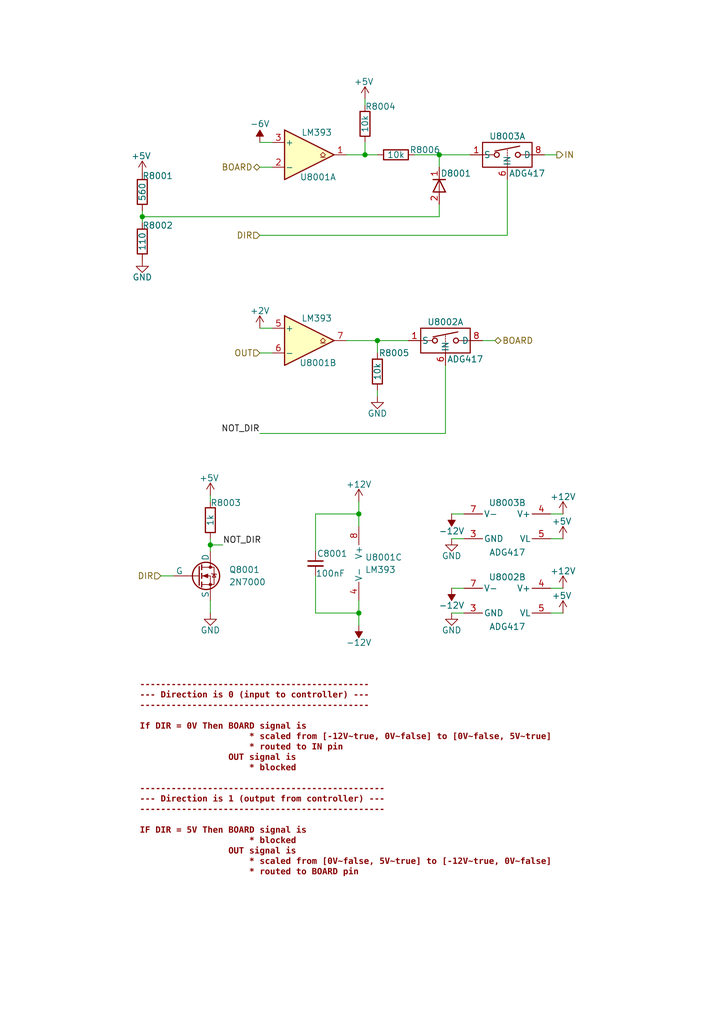
<source format=kicad_sch>
(kicad_sch (version 20250114) (generator "eeschema") (generator_version "9.0")
  (paper "A5" portrait)
  (title_block (title "VersaLogic board tester") (date "2025-08-13") (rev "1.0.alpha") (comment 1 "Copyright (c) 2025 by Filip Pynckels & Robin Pynckels"))
  (text "--------------------------------------------\n--- Direction is 0 (input to controller) ---\n--------------------------------------------\n\nIf DIR = 0V Then BOARD signal is\n                     * scaled from [-12V~true, 0V~false] to [0V~false, 5V~true]\n                     * routed to IN pin\n                 OUT signal is\n                     * blocked\n\n-----------------------------------------------\n--- Direction is 1 (output from controller) ---\n-----------------------------------------------\n\nIF DIR = 5V Then BOARD signal is\n                     * blocked\n                 OUT signal is\n                     * scaled from [0V~false, 5V~true] to [-12V~true, 0V~false]\n                     * routed to BOARD pin\n" (at 28.702 140.208 0) (effects (font (size 1.27 1.27) (bold yes)) (justify left top)))
  (junction (at 77.47 69.85))
  (junction (at 73.66 105.41))
  (junction (at 29.21 44.45))
  (junction (at 90.17 31.75))
  (junction (at 73.66 125.73))
  (junction (at 74.93 31.75))
  (junction (at 43.18 111.76))
  (wire (pts (xy 113.03 105.41) (xy 115.57 105.41)))
  (wire (pts (xy 92.71 105.41) (xy 95.25 105.41)))
  (wire (pts (xy 113.03 125.73) (xy 115.57 125.73)))
  (wire (pts (xy 92.71 120.65) (xy 95.25 120.65)))
  (wire (pts (xy 55.88 72.39) (xy 53.34 72.39)))
  (wire (pts (xy 73.66 125.73) (xy 73.66 128.27)))
  (wire (pts (xy 85.09 31.75) (xy 90.17 31.75)))
  (wire (pts (xy 73.66 102.87) (xy 73.66 105.41)))
  (wire (pts (xy 73.66 105.41) (xy 73.66 107.95)))
  (wire (pts (xy 55.88 34.29) (xy 53.34 34.29)))
  (wire (pts (xy 43.18 110.49) (xy 43.18 111.76)))
  (wire (pts (xy 90.17 41.91) (xy 90.17 44.45)))
  (wire (pts (xy 74.93 31.75) (xy 74.93 29.21)))
  (wire (pts (xy 73.66 123.19) (xy 73.66 125.73)))
  (wire (pts (xy 104.14 48.26) (xy 104.14 36.83)))
  (wire (pts (xy 92.71 125.73) (xy 95.25 125.73)))
  (wire (pts (xy 29.21 44.45) (xy 90.17 44.45)))
  (wire (pts (xy 29.21 44.45) (xy 29.21 45.72)))
  (wire (pts (xy 74.93 21.59) (xy 74.93 20.32)))
  (wire (pts (xy 74.93 31.75) (xy 77.47 31.75)))
  (wire (pts (xy 77.47 80.01) (xy 77.47 81.28)))
  (wire (pts (xy 90.17 31.75) (xy 96.52 31.75)))
  (wire (pts (xy 43.18 102.87) (xy 43.18 101.6)))
  (wire (pts (xy 92.71 110.49) (xy 95.25 110.49)))
  (wire (pts (xy 64.77 113.03) (xy 64.77 105.41)))
  (wire (pts (xy 111.76 31.75) (xy 114.3 31.75)))
  (wire (pts (xy 43.18 111.76) (xy 43.18 113.03)))
  (wire (pts (xy 53.34 88.9) (xy 91.44 88.9)))
  (wire (pts (xy 64.77 118.11) (xy 64.77 125.73)))
  (wire (pts (xy 64.77 125.73) (xy 73.66 125.73)))
  (wire (pts (xy 29.21 43.18) (xy 29.21 44.45)))
  (wire (pts (xy 43.18 123.19) (xy 43.18 125.73)))
  (wire (pts (xy 71.12 69.85) (xy 77.47 69.85)))
  (wire (pts (xy 90.17 31.75) (xy 90.17 34.29)))
  (wire (pts (xy 71.12 31.75) (xy 74.93 31.75)))
  (wire (pts (xy 53.34 29.21) (xy 55.88 29.21)))
  (wire (pts (xy 53.34 67.31) (xy 55.88 67.31)))
  (wire (pts (xy 91.44 88.9) (xy 91.44 74.93)))
  (wire (pts (xy 77.47 69.85) (xy 83.82 69.85)))
  (wire (pts (xy 53.34 48.26) (xy 104.14 48.26)))
  (wire (pts (xy 113.03 120.65) (xy 115.57 120.65)))
  (wire (pts (xy 77.47 69.85) (xy 77.47 72.39)))
  (wire (pts (xy 99.06 69.85) (xy 101.6 69.85)))
  (wire (pts (xy 33.02 118.11) (xy 35.56 118.11)))
  (wire (pts (xy 113.03 110.49) (xy 115.57 110.49)))
  (wire (pts (xy 64.77 105.41) (xy 73.66 105.41)))
  (wire (pts (xy 43.18 111.76) (xy 45.72 111.76)))
  (label "NOT_DIR" (at 45.72 111.76 0))
  (label "NOT_DIR" (at 53.34 88.9 180))
  (hierarchical_label "OUT" (shape input) (at 53.34 72.39 180))
  (hierarchical_label "IN" (shape output) (at 114.3 31.75 0))
  (hierarchical_label "DIR" (shape input) (at 33.02 118.11 180))
  (hierarchical_label "BOARD" (shape tri_state) (at 101.6 69.85 0))
  (hierarchical_label "DIR" (shape input) (at 53.34 48.26 180))
  (hierarchical_label "BOARD" (shape tri_state) (at 53.34 34.29 180))
  (symbol (lib_id "power:GND") (at 92.71 110.49 0) (mirror y) (unit 1)
    (property "Reference" "#PWR04812" (effects (hide yes)))
    (property "Value" "GND" (at 92.71 113.284 0) (effects (justify top)))
    (property "Description" "Power symbol creates a global label with name \"GND\" , ground" (effects (hide yes)))
    (instances (project "VersaLogic_Board_Tester" (path "" (reference "#PWR08012") (unit 1)) (path "" (reference "#PWR07312") (unit 1)) (path "" (reference "#PWR06512") (unit 1)) (path "" (reference "#PWR05912") (unit 1)) (path "" (reference "#PWR06212") (unit 1)) (path "" (reference "#PWR05512") (unit 1)) (path "" (reference "#PWR07612") (unit 1)) (path "" (reference "#PWR06912") (unit 1)) (path "" (reference "#PWR07712") (unit 1)) (path "" (reference "#PWR06712") (unit 1)) (path "" (reference "#PWR07112") (unit 1)) (path "" (reference "#PWR04812") (unit 1)) (path "" (reference "#PWR07912") (unit 1)) (path "" (reference "#PWR06812") (unit 1)) (path "" (reference "#PWR05312") (unit 1)) (path "" (reference "#PWR07212") (unit 1)) (path "" (reference "#PWR07512") (unit 1)) (path "" (reference "#PWR06612") (unit 1)) (path "" (reference "#PWR05612") (unit 1)) (path "" (reference "#PWR06112") (unit 1)) (path "" (reference "#PWR07012") (unit 1)) (path "" (reference "#PWR07412") (unit 1)) (path "" (reference "#PWR08412") (unit 1)) (path "" (reference "#PWR05212") (unit 1)) (path "" (reference "#PWR07812") (unit 1)) (path "" (reference "#PWR08312") (unit 1)) (path "" (reference "#PWR08112") (unit 1)) (path "" (reference "#PWR06312") (unit 1)) (path "" (reference "#PWR05412") (unit 1)) (path "" (reference "#PWR05012") (unit 1)) (path "" (reference "#PWR05812") (unit 1)) (path "" (reference "#PWR06012") (unit 1)) (path "" (reference "#PWR06412") (unit 1)) (path "" (reference "#PWR04912") (unit 1)) (path "" (reference "#PWR05112") (unit 1)) (path "" (reference "#PWR08212") (unit 1)) (path "" (reference "#PWR05712") (unit 1))))
  )
  (symbol (lib_id "power:GND") (at 29.21 53.34 0) (mirror y) (unit 1)
    (property "Reference" "#PWR04802" (effects (hide yes)))
    (property "Value" "GND" (at 29.21 56.134 0) (effects (justify top)))
    (property "Description" "Power symbol creates a global label with name \"GND\" , ground" (effects (hide yes)))
    (instances (project "VersaLogic_Board_Tester" (path "" (reference "#PWR08002") (unit 1)) (path "" (reference "#PWR07302") (unit 1)) (path "" (reference "#PWR06502") (unit 1)) (path "" (reference "#PWR05902") (unit 1)) (path "" (reference "#PWR06202") (unit 1)) (path "" (reference "#PWR05502") (unit 1)) (path "" (reference "#PWR07602") (unit 1)) (path "" (reference "#PWR06902") (unit 1)) (path "" (reference "#PWR07702") (unit 1)) (path "" (reference "#PWR06702") (unit 1)) (path "" (reference "#PWR07102") (unit 1)) (path "" (reference "#PWR04802") (unit 1)) (path "" (reference "#PWR07902") (unit 1)) (path "" (reference "#PWR06802") (unit 1)) (path "" (reference "#PWR05302") (unit 1)) (path "" (reference "#PWR07202") (unit 1)) (path "" (reference "#PWR07502") (unit 1)) (path "" (reference "#PWR06602") (unit 1)) (path "" (reference "#PWR05602") (unit 1)) (path "" (reference "#PWR06102") (unit 1)) (path "" (reference "#PWR07002") (unit 1)) (path "" (reference "#PWR07402") (unit 1)) (path "" (reference "#PWR08402") (unit 1)) (path "" (reference "#PWR05202") (unit 1)) (path "" (reference "#PWR07802") (unit 1)) (path "" (reference "#PWR08302") (unit 1)) (path "" (reference "#PWR08102") (unit 1)) (path "" (reference "#PWR06302") (unit 1)) (path "" (reference "#PWR05402") (unit 1)) (path "" (reference "#PWR05002") (unit 1)) (path "" (reference "#PWR05802") (unit 1)) (path "" (reference "#PWR06002") (unit 1)) (path "" (reference "#PWR06402") (unit 1)) (path "" (reference "#PWR04902") (unit 1)) (path "" (reference "#PWR05102") (unit 1)) (path "" (reference "#PWR08202") (unit 1)) (path "" (reference "#PWR05702") (unit 1))))
  )
  (symbol (lib_id "Power:+2V") (at 53.34 67.31 0) (unit 1)
    (property "Reference" "#PWR04806" (effects (hide yes)))
    (property "Value" "+2V" (at 53.34 63.754 0))
    (property "Description" "Power symbol creates a global label with name \"+2V\"" (effects (hide yes)))
    (instances (project "VersaLogic_Board_Tester" (path "" (reference "#PWR08006") (unit 1)) (path "" (reference "#PWR07306") (unit 1)) (path "" (reference "#PWR06506") (unit 1)) (path "" (reference "#PWR05906") (unit 1)) (path "" (reference "#PWR06206") (unit 1)) (path "" (reference "#PWR05506") (unit 1)) (path "" (reference "#PWR07606") (unit 1)) (path "" (reference "#PWR06906") (unit 1)) (path "" (reference "#PWR07706") (unit 1)) (path "" (reference "#PWR06706") (unit 1)) (path "" (reference "#PWR07106") (unit 1)) (path "" (reference "#PWR04806") (unit 1)) (path "" (reference "#PWR07906") (unit 1)) (path "" (reference "#PWR06806") (unit 1)) (path "" (reference "#PWR05306") (unit 1)) (path "" (reference "#PWR07206") (unit 1)) (path "" (reference "#PWR07506") (unit 1)) (path "" (reference "#PWR06606") (unit 1)) (path "" (reference "#PWR05606") (unit 1)) (path "" (reference "#PWR06106") (unit 1)) (path "" (reference "#PWR07006") (unit 1)) (path "" (reference "#PWR07406") (unit 1)) (path "" (reference "#PWR08406") (unit 1)) (path "" (reference "#PWR05206") (unit 1)) (path "" (reference "#PWR07806") (unit 1)) (path "" (reference "#PWR08306") (unit 1)) (path "" (reference "#PWR08106") (unit 1)) (path "" (reference "#PWR06306") (unit 1)) (path "" (reference "#PWR05406") (unit 1)) (path "" (reference "#PWR05006") (unit 1)) (path "" (reference "#PWR05806") (unit 1)) (path "" (reference "#PWR06006") (unit 1)) (path "" (reference "#PWR06406") (unit 1)) (path "" (reference "#PWR04906") (unit 1)) (path "" (reference "#PWR05106") (unit 1)) (path "" (reference "#PWR08206") (unit 1)) (path "" (reference "#PWR05706") (unit 1))))
  )
  (symbol (lib_id "power:+12V") (at 115.57 105.41 0) (mirror y) (unit 1)
    (property "Reference" "#PWR04815" (effects (hide yes)))
    (property "Value" "+12V" (at 115.57 102.616 0) (effects (justify bottom)))
    (property "Description" "Power symbol creates a global label with name \"+12V\"" (effects (hide yes)))
    (instances (project "VersaLogic_Board_Tester" (path "" (reference "#PWR08015") (unit 1)) (path "" (reference "#PWR07315") (unit 1)) (path "" (reference "#PWR06515") (unit 1)) (path "" (reference "#PWR05915") (unit 1)) (path "" (reference "#PWR06215") (unit 1)) (path "" (reference "#PWR05515") (unit 1)) (path "" (reference "#PWR07615") (unit 1)) (path "" (reference "#PWR06915") (unit 1)) (path "" (reference "#PWR07715") (unit 1)) (path "" (reference "#PWR06715") (unit 1)) (path "" (reference "#PWR07115") (unit 1)) (path "" (reference "#PWR04815") (unit 1)) (path "" (reference "#PWR07915") (unit 1)) (path "" (reference "#PWR06815") (unit 1)) (path "" (reference "#PWR05315") (unit 1)) (path "" (reference "#PWR07215") (unit 1)) (path "" (reference "#PWR07515") (unit 1)) (path "" (reference "#PWR06615") (unit 1)) (path "" (reference "#PWR05615") (unit 1)) (path "" (reference "#PWR06115") (unit 1)) (path "" (reference "#PWR07015") (unit 1)) (path "" (reference "#PWR07415") (unit 1)) (path "" (reference "#PWR08415") (unit 1)) (path "" (reference "#PWR05215") (unit 1)) (path "" (reference "#PWR07815") (unit 1)) (path "" (reference "#PWR08315") (unit 1)) (path "" (reference "#PWR08115") (unit 1)) (path "" (reference "#PWR06315") (unit 1)) (path "" (reference "#PWR05415") (unit 1)) (path "" (reference "#PWR05015") (unit 1)) (path "" (reference "#PWR05815") (unit 1)) (path "" (reference "#PWR06015") (unit 1)) (path "" (reference "#PWR06415") (unit 1)) (path "" (reference "#PWR04915") (unit 1)) (path "" (reference "#PWR05115") (unit 1)) (path "" (reference "#PWR08215") (unit 1)) (path "" (reference "#PWR05715") (unit 1))))
  )
  (symbol (lib_id "Device:R") (at 43.18 106.68 0) (mirror x) (unit 1)
    (property "Reference" "R4803" (at 43.18 103.124 0) (effects (justify left)))
    (property "Value" "1k" (at 43.18 106.68 90))
    (property "Footprint" "Resistor_THT:R_Axial_DIN0207_L6.3mm_D2.5mm_P7.62mm_Horizontal" (effects (hide yes)))
    (property "Description" "Resistor" (effects (hide yes)))
    (instances (project "VersaLogic_Board_Tester" (path "" (reference "R8003") (unit 1)) (path "" (reference "R7303") (unit 1)) (path "" (reference "R6503") (unit 1)) (path "" (reference "R5903") (unit 1)) (path "" (reference "R6203") (unit 1)) (path "" (reference "R5503") (unit 1)) (path "" (reference "R7603") (unit 1)) (path "" (reference "R6903") (unit 1)) (path "" (reference "R7703") (unit 1)) (path "" (reference "R6703") (unit 1)) (path "" (reference "R7103") (unit 1)) (path "" (reference "R4803") (unit 1)) (path "" (reference "R7903") (unit 1)) (path "" (reference "R6803") (unit 1)) (path "" (reference "R5303") (unit 1)) (path "" (reference "R7203") (unit 1)) (path "" (reference "R7503") (unit 1)) (path "" (reference "R6603") (unit 1)) (path "" (reference "R5603") (unit 1)) (path "" (reference "R6103") (unit 1)) (path "" (reference "R7003") (unit 1)) (path "" (reference "R7403") (unit 1)) (path "" (reference "R8403") (unit 1)) (path "" (reference "R5203") (unit 1)) (path "" (reference "R7803") (unit 1)) (path "" (reference "R8303") (unit 1)) (path "" (reference "R8103") (unit 1)) (path "" (reference "R6303") (unit 1)) (path "" (reference "R5403") (unit 1)) (path "" (reference "R5003") (unit 1)) (path "" (reference "R5803") (unit 1)) (path "" (reference "R6003") (unit 1)) (path "" (reference "R6403") (unit 1)) (path "" (reference "R4903") (unit 1)) (path "" (reference "R5103") (unit 1)) (path "" (reference "R8203") (unit 1)) (path "" (reference "R5703") (unit 1))))
  )
  (symbol (lib_id "Device:R") (at 29.21 39.37 0) (mirror x) (unit 1)
    (property "Reference" "R4801" (at 29.21 36.068 0) (effects (justify left)))
    (property "Value" "560" (at 29.21 39.37 90))
    (property "Footprint" "Resistor_THT:R_Axial_DIN0207_L6.3mm_D2.5mm_P7.62mm_Horizontal" (effects (hide yes)))
    (property "Description" "Resistor" (effects (hide yes)))
    (instances (project "VersaLogic_Board_Tester" (path "" (reference "R8001") (unit 1)) (path "" (reference "R7301") (unit 1)) (path "" (reference "R6501") (unit 1)) (path "" (reference "R5901") (unit 1)) (path "" (reference "R6201") (unit 1)) (path "" (reference "R5501") (unit 1)) (path "" (reference "R7601") (unit 1)) (path "" (reference "R6901") (unit 1)) (path "" (reference "R7701") (unit 1)) (path "" (reference "R6701") (unit 1)) (path "" (reference "R7101") (unit 1)) (path "" (reference "R4801") (unit 1)) (path "" (reference "R7901") (unit 1)) (path "" (reference "R6801") (unit 1)) (path "" (reference "R5301") (unit 1)) (path "" (reference "R7201") (unit 1)) (path "" (reference "R7501") (unit 1)) (path "" (reference "R6601") (unit 1)) (path "" (reference "R5601") (unit 1)) (path "" (reference "R6101") (unit 1)) (path "" (reference "R7001") (unit 1)) (path "" (reference "R7401") (unit 1)) (path "" (reference "R8401") (unit 1)) (path "" (reference "R5201") (unit 1)) (path "" (reference "R7801") (unit 1)) (path "" (reference "R8301") (unit 1)) (path "" (reference "R8101") (unit 1)) (path "" (reference "R6301") (unit 1)) (path "" (reference "R5401") (unit 1)) (path "" (reference "R5001") (unit 1)) (path "" (reference "R5801") (unit 1)) (path "" (reference "R6001") (unit 1)) (path "" (reference "R6401") (unit 1)) (path "" (reference "R4901") (unit 1)) (path "" (reference "R5101") (unit 1)) (path "" (reference "R8201") (unit 1)) (path "" (reference "R5701") (unit 1))))
  )
  (symbol (lib_id "Comparator:LM393") (at 63.5 31.75 0) (unit 1)
    (property "Reference" "U4801" (at 65.278 36.322 0))
    (property "Value" "LM393" (at 65.024 27.178 0))
    (property "Footprint" "Package_DIP:DIP-8_W7.62mm" (effects (hide yes)))
    (property "Datasheet" "http://www.ti.com/lit/ds/symlink/lm393.pdf" (effects (hide yes)))
    (property "Description" "Low-Power, Low-Offset Voltage, Dual Comparators, DIP-8/SOIC-8/TO-99-8" (effects (hide yes)))
    (property "Sim.Library" "${KIPRJMOD}/libraries/LM393/LM393.spice" (effects (hide yes)))
    (property "Sim.Name" "LM393" (effects (hide yes)))
    (property "Sim.Device" "SUBCKT" (effects (hide yes)))
    (property "Sim.Pins" "1=1 2=2 3=3 4=4 5=5 6=6 7=7 8=8" (effects (hide yes)))
    (instances (project "VersaLogic_Board_Tester" (path "" (reference "U8001") (unit 1)) (path "" (reference "U7301") (unit 1)) (path "" (reference "U6501") (unit 1)) (path "" (reference "U5901") (unit 1)) (path "" (reference "U6201") (unit 1)) (path "" (reference "U5501") (unit 1)) (path "" (reference "U7601") (unit 1)) (path "" (reference "U6901") (unit 1)) (path "" (reference "U7701") (unit 1)) (path "" (reference "U6701") (unit 1)) (path "" (reference "U7101") (unit 1)) (path "" (reference "U4801") (unit 1)) (path "" (reference "U7901") (unit 1)) (path "" (reference "U6801") (unit 1)) (path "" (reference "U5301") (unit 1)) (path "" (reference "U7201") (unit 1)) (path "" (reference "U7501") (unit 1)) (path "" (reference "U6601") (unit 1)) (path "" (reference "U5601") (unit 1)) (path "" (reference "U6101") (unit 1)) (path "" (reference "U7001") (unit 1)) (path "" (reference "U7401") (unit 1)) (path "" (reference "U8401") (unit 1)) (path "" (reference "U5201") (unit 1)) (path "" (reference "U7801") (unit 1)) (path "" (reference "U8301") (unit 1)) (path "" (reference "U8101") (unit 1)) (path "" (reference "U6301") (unit 1)) (path "" (reference "U5401") (unit 1)) (path "" (reference "U5001") (unit 1)) (path "" (reference "U5801") (unit 1)) (path "" (reference "U6001") (unit 1)) (path "" (reference "U6401") (unit 1)) (path "" (reference "U4901") (unit 1)) (path "" (reference "U5101") (unit 1)) (path "" (reference "U8201") (unit 1)) (path "" (reference "U5701") (unit 1))))
  )
  (symbol (lib_id "power:GND") (at 92.71 125.73 0) (mirror y) (unit 1)
    (property "Reference" "#PWR04814" (effects (hide yes)))
    (property "Value" "GND" (at 92.71 128.524 0) (effects (justify top)))
    (property "Description" "Power symbol creates a global label with name \"GND\" , ground" (effects (hide yes)))
    (instances (project "VersaLogic_Board_Tester" (path "" (reference "#PWR08014") (unit 1)) (path "" (reference "#PWR07314") (unit 1)) (path "" (reference "#PWR06514") (unit 1)) (path "" (reference "#PWR05914") (unit 1)) (path "" (reference "#PWR06214") (unit 1)) (path "" (reference "#PWR05514") (unit 1)) (path "" (reference "#PWR07614") (unit 1)) (path "" (reference "#PWR06914") (unit 1)) (path "" (reference "#PWR07714") (unit 1)) (path "" (reference "#PWR06714") (unit 1)) (path "" (reference "#PWR07114") (unit 1)) (path "" (reference "#PWR04814") (unit 1)) (path "" (reference "#PWR07914") (unit 1)) (path "" (reference "#PWR06814") (unit 1)) (path "" (reference "#PWR05314") (unit 1)) (path "" (reference "#PWR07214") (unit 1)) (path "" (reference "#PWR07514") (unit 1)) (path "" (reference "#PWR06614") (unit 1)) (path "" (reference "#PWR05614") (unit 1)) (path "" (reference "#PWR06114") (unit 1)) (path "" (reference "#PWR07014") (unit 1)) (path "" (reference "#PWR07414") (unit 1)) (path "" (reference "#PWR08414") (unit 1)) (path "" (reference "#PWR05214") (unit 1)) (path "" (reference "#PWR07814") (unit 1)) (path "" (reference "#PWR08314") (unit 1)) (path "" (reference "#PWR08114") (unit 1)) (path "" (reference "#PWR06314") (unit 1)) (path "" (reference "#PWR05414") (unit 1)) (path "" (reference "#PWR05014") (unit 1)) (path "" (reference "#PWR05814") (unit 1)) (path "" (reference "#PWR06014") (unit 1)) (path "" (reference "#PWR06414") (unit 1)) (path "" (reference "#PWR04914") (unit 1)) (path "" (reference "#PWR05114") (unit 1)) (path "" (reference "#PWR08214") (unit 1)) (path "" (reference "#PWR05714") (unit 1))))
  )
  (symbol (lib_id "Comparator:LM393") (at 76.2 115.57 0) (unit 3)
    (property "Reference" "U4801" (at 74.93 114.2999 0) (effects (justify left)))
    (property "Value" "LM393" (at 74.93 116.8399 0) (effects (justify left)))
    (property "Footprint" "Package_DIP:DIP-8_W7.62mm" (effects (hide yes)))
    (property "Datasheet" "http://www.ti.com/lit/ds/symlink/lm393.pdf" (effects (hide yes)))
    (property "Description" "Low-Power, Low-Offset Voltage, Dual Comparators, DIP-8/SOIC-8/TO-99-8" (effects (hide yes)))
    (property "Sim.Library" "${KIPRJMOD}/libraries/LM393/LM393.spice" (effects (hide yes)))
    (property "Sim.Name" "LM393" (effects (hide yes)))
    (property "Sim.Device" "SUBCKT" (effects (hide yes)))
    (property "Sim.Pins" "1=1 2=2 3=3 4=4 5=5 6=6 7=7 8=8" (effects (hide yes)))
    (instances (project "VersaLogic_Board_Tester" (path "" (reference "U8001") (unit 3)) (path "" (reference "U7301") (unit 3)) (path "" (reference "U6501") (unit 3)) (path "" (reference "U5901") (unit 3)) (path "" (reference "U6201") (unit 3)) (path "" (reference "U5501") (unit 3)) (path "" (reference "U7601") (unit 3)) (path "" (reference "U6901") (unit 3)) (path "" (reference "U7701") (unit 3)) (path "" (reference "U6701") (unit 3)) (path "" (reference "U7101") (unit 3)) (path "" (reference "U4801") (unit 3)) (path "" (reference "U7901") (unit 3)) (path "" (reference "U6801") (unit 3)) (path "" (reference "U5301") (unit 3)) (path "" (reference "U7201") (unit 3)) (path "" (reference "U7501") (unit 3)) (path "" (reference "U6601") (unit 3)) (path "" (reference "U5601") (unit 3)) (path "" (reference "U6101") (unit 3)) (path "" (reference "U7001") (unit 3)) (path "" (reference "U7401") (unit 3)) (path "" (reference "U8401") (unit 3)) (path "" (reference "U5201") (unit 3)) (path "" (reference "U7801") (unit 3)) (path "" (reference "U8301") (unit 3)) (path "" (reference "U8101") (unit 3)) (path "" (reference "U6301") (unit 3)) (path "" (reference "U5401") (unit 3)) (path "" (reference "U5001") (unit 3)) (path "" (reference "U5801") (unit 3)) (path "" (reference "U6001") (unit 3)) (path "" (reference "U6401") (unit 3)) (path "" (reference "U4901") (unit 3)) (path "" (reference "U5101") (unit 3)) (path "" (reference "U8201") (unit 3)) (path "" (reference "U5701") (unit 3))))
  )
  (symbol (lib_id "ADG417:ADG417") (at 104.14 107.95 0) (unit 2)
    (property "Reference" "U4803" (at 104.14 103.124 0))
    (property "Value" "ADG417" (at 104.14 113.284 0))
    (property "Footprint" "Package_DIP:DIP-8_W7.62mm" (effects (hide yes)))
    (property "Datasheet" "https://www.analog.com/media/en/technical-documentation/data-sheets/ADG417.pdf" (effects (hide yes)))
    (property "Description" "Single SPST Monolithic LC²MOS Analog Switch, normally OFF, 25Ohm Ron, DIP-8" (effects (hide yes)))
    (instances (project "VersaLogic_Board_Tester" (path "" (reference "U8003") (unit 2)) (path "" (reference "U7303") (unit 2)) (path "" (reference "U6503") (unit 2)) (path "" (reference "U5903") (unit 2)) (path "" (reference "U6203") (unit 2)) (path "" (reference "U5503") (unit 2)) (path "" (reference "U7603") (unit 2)) (path "" (reference "U6903") (unit 2)) (path "" (reference "U7703") (unit 2)) (path "" (reference "U6703") (unit 2)) (path "" (reference "U7103") (unit 2)) (path "" (reference "U4803") (unit 2)) (path "" (reference "U7903") (unit 2)) (path "" (reference "U6803") (unit 2)) (path "" (reference "U5303") (unit 2)) (path "" (reference "U7203") (unit 2)) (path "" (reference "U7503") (unit 2)) (path "" (reference "U6603") (unit 2)) (path "" (reference "U5603") (unit 2)) (path "" (reference "U6103") (unit 2)) (path "" (reference "U7002") (unit 2)) (path "" (reference "U7403") (unit 2)) (path "" (reference "U8403") (unit 2)) (path "" (reference "U5203") (unit 2)) (path "" (reference "U7803") (unit 2)) (path "" (reference "U8303") (unit 2)) (path "" (reference "U8103") (unit 2)) (path "" (reference "U6303") (unit 2)) (path "" (reference "U5403") (unit 2)) (path "" (reference "U5003") (unit 2)) (path "" (reference "U5803") (unit 2)) (path "" (reference "U6003") (unit 2)) (path "" (reference "U6403") (unit 2)) (path "" (reference "U4903") (unit 2)) (path "" (reference "U5103") (unit 2)) (path "" (reference "U8203") (unit 2)) (path "" (reference "U5703") (unit 2))))
  )
  (symbol (lib_id "power:+5V") (at 29.21 35.56 0) (unit 1)
    (property "Reference" "#PWR04801" (effects (hide yes)))
    (property "Value" "+5V" (at 28.956 32.004 0))
    (property "Description" "Power symbol creates a global label with name \"+5V\"" (effects (hide yes)))
    (instances (project "VersaLogic_Board_Tester" (path "" (reference "#PWR08001") (unit 1)) (path "" (reference "#PWR07301") (unit 1)) (path "" (reference "#PWR06501") (unit 1)) (path "" (reference "#PWR05901") (unit 1)) (path "" (reference "#PWR06201") (unit 1)) (path "" (reference "#PWR05501") (unit 1)) (path "" (reference "#PWR07601") (unit 1)) (path "" (reference "#PWR06901") (unit 1)) (path "" (reference "#PWR07701") (unit 1)) (path "" (reference "#PWR06701") (unit 1)) (path "" (reference "#PWR07101") (unit 1)) (path "" (reference "#PWR04801") (unit 1)) (path "" (reference "#PWR07901") (unit 1)) (path "" (reference "#PWR06801") (unit 1)) (path "" (reference "#PWR05301") (unit 1)) (path "" (reference "#PWR07201") (unit 1)) (path "" (reference "#PWR07501") (unit 1)) (path "" (reference "#PWR06601") (unit 1)) (path "" (reference "#PWR05601") (unit 1)) (path "" (reference "#PWR06101") (unit 1)) (path "" (reference "#PWR07001") (unit 1)) (path "" (reference "#PWR07401") (unit 1)) (path "" (reference "#PWR08401") (unit 1)) (path "" (reference "#PWR05201") (unit 1)) (path "" (reference "#PWR07801") (unit 1)) (path "" (reference "#PWR08301") (unit 1)) (path "" (reference "#PWR08101") (unit 1)) (path "" (reference "#PWR06301") (unit 1)) (path "" (reference "#PWR05401") (unit 1)) (path "" (reference "#PWR05001") (unit 1)) (path "" (reference "#PWR05801") (unit 1)) (path "" (reference "#PWR06001") (unit 1)) (path "" (reference "#PWR06401") (unit 1)) (path "" (reference "#PWR04901") (unit 1)) (path "" (reference "#PWR05101") (unit 1)) (path "" (reference "#PWR08201") (unit 1)) (path "" (reference "#PWR05701") (unit 1))))
  )
  (symbol (lib_id "power:+12V") (at 73.66 102.87 0) (mirror y) (unit 1)
    (property "Reference" "#PWR04807" (effects (hide yes)))
    (property "Value" "+12V" (at 73.66 100.076 0) (effects (justify bottom)))
    (property "Description" "Power symbol creates a global label with name \"+12V\"" (effects (hide yes)))
    (instances (project "VersaLogic_Board_Tester" (path "" (reference "#PWR08007") (unit 1)) (path "" (reference "#PWR07307") (unit 1)) (path "" (reference "#PWR06507") (unit 1)) (path "" (reference "#PWR05907") (unit 1)) (path "" (reference "#PWR06207") (unit 1)) (path "" (reference "#PWR05507") (unit 1)) (path "" (reference "#PWR07607") (unit 1)) (path "" (reference "#PWR06907") (unit 1)) (path "" (reference "#PWR07707") (unit 1)) (path "" (reference "#PWR06707") (unit 1)) (path "" (reference "#PWR07107") (unit 1)) (path "" (reference "#PWR04807") (unit 1)) (path "" (reference "#PWR07907") (unit 1)) (path "" (reference "#PWR06807") (unit 1)) (path "" (reference "#PWR05307") (unit 1)) (path "" (reference "#PWR07207") (unit 1)) (path "" (reference "#PWR07507") (unit 1)) (path "" (reference "#PWR06607") (unit 1)) (path "" (reference "#PWR05607") (unit 1)) (path "" (reference "#PWR06107") (unit 1)) (path "" (reference "#PWR07007") (unit 1)) (path "" (reference "#PWR07407") (unit 1)) (path "" (reference "#PWR08407") (unit 1)) (path "" (reference "#PWR05207") (unit 1)) (path "" (reference "#PWR07807") (unit 1)) (path "" (reference "#PWR08307") (unit 1)) (path "" (reference "#PWR08107") (unit 1)) (path "" (reference "#PWR06307") (unit 1)) (path "" (reference "#PWR05407") (unit 1)) (path "" (reference "#PWR05007") (unit 1)) (path "" (reference "#PWR05807") (unit 1)) (path "" (reference "#PWR06007") (unit 1)) (path "" (reference "#PWR06407") (unit 1)) (path "" (reference "#PWR04907") (unit 1)) (path "" (reference "#PWR05107") (unit 1)) (path "" (reference "#PWR08207") (unit 1)) (path "" (reference "#PWR05707") (unit 1))))
  )
  (symbol (lib_id "power:+5V") (at 115.57 110.49 0) (unit 1)
    (property "Reference" "#PWR04816" (effects (hide yes)))
    (property "Value" "+5V" (at 115.316 106.934 0))
    (property "Description" "Power symbol creates a global label with name \"+5V\"" (effects (hide yes)))
    (instances (project "VersaLogic_Board_Tester" (path "" (reference "#PWR08016") (unit 1)) (path "" (reference "#PWR07316") (unit 1)) (path "" (reference "#PWR06516") (unit 1)) (path "" (reference "#PWR05916") (unit 1)) (path "" (reference "#PWR06216") (unit 1)) (path "" (reference "#PWR05516") (unit 1)) (path "" (reference "#PWR07616") (unit 1)) (path "" (reference "#PWR06916") (unit 1)) (path "" (reference "#PWR07716") (unit 1)) (path "" (reference "#PWR06716") (unit 1)) (path "" (reference "#PWR07116") (unit 1)) (path "" (reference "#PWR04816") (unit 1)) (path "" (reference "#PWR07916") (unit 1)) (path "" (reference "#PWR06816") (unit 1)) (path "" (reference "#PWR05316") (unit 1)) (path "" (reference "#PWR07216") (unit 1)) (path "" (reference "#PWR07516") (unit 1)) (path "" (reference "#PWR06616") (unit 1)) (path "" (reference "#PWR05616") (unit 1)) (path "" (reference "#PWR06116") (unit 1)) (path "" (reference "#PWR07016") (unit 1)) (path "" (reference "#PWR07416") (unit 1)) (path "" (reference "#PWR08416") (unit 1)) (path "" (reference "#PWR05216") (unit 1)) (path "" (reference "#PWR07816") (unit 1)) (path "" (reference "#PWR08316") (unit 1)) (path "" (reference "#PWR08116") (unit 1)) (path "" (reference "#PWR06316") (unit 1)) (path "" (reference "#PWR05416") (unit 1)) (path "" (reference "#PWR05016") (unit 1)) (path "" (reference "#PWR05816") (unit 1)) (path "" (reference "#PWR06016") (unit 1)) (path "" (reference "#PWR06416") (unit 1)) (path "" (reference "#PWR04916") (unit 1)) (path "" (reference "#PWR05116") (unit 1)) (path "" (reference "#PWR08216") (unit 1)) (path "" (reference "#PWR05716") (unit 1))))
  )
  (symbol (lib_id "Comparator:LM393") (at 63.5 69.85 0) (unit 2)
    (property "Reference" "U4801" (at 65.278 74.422 0))
    (property "Value" "LM393" (at 65.024 65.278 0))
    (property "Footprint" "Package_DIP:DIP-8_W7.62mm" (effects (hide yes)))
    (property "Datasheet" "http://www.ti.com/lit/ds/symlink/lm393.pdf" (effects (hide yes)))
    (property "Description" "Low-Power, Low-Offset Voltage, Dual Comparators, DIP-8/SOIC-8/TO-99-8" (effects (hide yes)))
    (property "Sim.Library" "${KIPRJMOD}/libraries/LM393/LM393.spice" (effects (hide yes)))
    (property "Sim.Name" "LM393" (effects (hide yes)))
    (property "Sim.Device" "SUBCKT" (effects (hide yes)))
    (property "Sim.Pins" "1=1 2=2 3=3 4=4 5=5 6=6 7=7 8=8" (effects (hide yes)))
    (instances (project "VersaLogic_Board_Tester" (path "" (reference "U8001") (unit 2)) (path "" (reference "U7301") (unit 2)) (path "" (reference "U6501") (unit 2)) (path "" (reference "U5901") (unit 2)) (path "" (reference "U6201") (unit 2)) (path "" (reference "U5501") (unit 2)) (path "" (reference "U7601") (unit 2)) (path "" (reference "U6901") (unit 2)) (path "" (reference "U7701") (unit 2)) (path "" (reference "U6701") (unit 2)) (path "" (reference "U7101") (unit 2)) (path "" (reference "U4801") (unit 2)) (path "" (reference "U7901") (unit 2)) (path "" (reference "U6801") (unit 2)) (path "" (reference "U5301") (unit 2)) (path "" (reference "U7201") (unit 2)) (path "" (reference "U7501") (unit 2)) (path "" (reference "U6601") (unit 2)) (path "" (reference "U5601") (unit 2)) (path "" (reference "U6101") (unit 2)) (path "" (reference "U7001") (unit 2)) (path "" (reference "U7401") (unit 2)) (path "" (reference "U8401") (unit 2)) (path "" (reference "U5201") (unit 2)) (path "" (reference "U7801") (unit 2)) (path "" (reference "U8301") (unit 2)) (path "" (reference "U8101") (unit 2)) (path "" (reference "U6301") (unit 2)) (path "" (reference "U5401") (unit 2)) (path "" (reference "U5001") (unit 2)) (path "" (reference "U5801") (unit 2)) (path "" (reference "U6001") (unit 2)) (path "" (reference "U6401") (unit 2)) (path "" (reference "U4901") (unit 2)) (path "" (reference "U5101") (unit 2)) (path "" (reference "U8201") (unit 2)) (path "" (reference "U5701") (unit 2))))
  )
  (symbol (lib_id "power:+12V") (at 115.57 120.65 0) (mirror y) (unit 1)
    (property "Reference" "#PWR04817" (effects (hide yes)))
    (property "Value" "+12V" (at 115.57 117.856 0) (effects (justify bottom)))
    (property "Description" "Power symbol creates a global label with name \"+12V\"" (effects (hide yes)))
    (instances (project "VersaLogic_Board_Tester" (path "" (reference "#PWR08017") (unit 1)) (path "" (reference "#PWR07317") (unit 1)) (path "" (reference "#PWR06517") (unit 1)) (path "" (reference "#PWR05917") (unit 1)) (path "" (reference "#PWR06217") (unit 1)) (path "" (reference "#PWR05517") (unit 1)) (path "" (reference "#PWR07617") (unit 1)) (path "" (reference "#PWR06917") (unit 1)) (path "" (reference "#PWR07717") (unit 1)) (path "" (reference "#PWR06717") (unit 1)) (path "" (reference "#PWR07117") (unit 1)) (path "" (reference "#PWR04817") (unit 1)) (path "" (reference "#PWR07917") (unit 1)) (path "" (reference "#PWR06817") (unit 1)) (path "" (reference "#PWR05317") (unit 1)) (path "" (reference "#PWR07217") (unit 1)) (path "" (reference "#PWR07517") (unit 1)) (path "" (reference "#PWR06617") (unit 1)) (path "" (reference "#PWR05617") (unit 1)) (path "" (reference "#PWR06117") (unit 1)) (path "" (reference "#PWR07017") (unit 1)) (path "" (reference "#PWR07417") (unit 1)) (path "" (reference "#PWR08417") (unit 1)) (path "" (reference "#PWR05217") (unit 1)) (path "" (reference "#PWR07817") (unit 1)) (path "" (reference "#PWR08317") (unit 1)) (path "" (reference "#PWR08117") (unit 1)) (path "" (reference "#PWR06317") (unit 1)) (path "" (reference "#PWR05417") (unit 1)) (path "" (reference "#PWR05017") (unit 1)) (path "" (reference "#PWR05817") (unit 1)) (path "" (reference "#PWR06017") (unit 1)) (path "" (reference "#PWR06417") (unit 1)) (path "" (reference "#PWR04917") (unit 1)) (path "" (reference "#PWR05117") (unit 1)) (path "" (reference "#PWR08217") (unit 1)) (path "" (reference "#PWR05717") (unit 1))))
  )
  (symbol (lib_id "power:+5V") (at 43.18 101.6 0) (unit 1)
    (property "Reference" "#PWR04803" (effects (hide yes)))
    (property "Value" "+5V" (at 42.926 98.044 0))
    (property "Description" "Power symbol creates a global label with name \"+5V\"" (effects (hide yes)))
    (instances (project "VersaLogic_Board_Tester" (path "" (reference "#PWR08003") (unit 1)) (path "" (reference "#PWR07303") (unit 1)) (path "" (reference "#PWR06503") (unit 1)) (path "" (reference "#PWR05903") (unit 1)) (path "" (reference "#PWR06203") (unit 1)) (path "" (reference "#PWR05503") (unit 1)) (path "" (reference "#PWR07603") (unit 1)) (path "" (reference "#PWR06903") (unit 1)) (path "" (reference "#PWR07703") (unit 1)) (path "" (reference "#PWR06703") (unit 1)) (path "" (reference "#PWR07103") (unit 1)) (path "" (reference "#PWR04803") (unit 1)) (path "" (reference "#PWR07903") (unit 1)) (path "" (reference "#PWR06803") (unit 1)) (path "" (reference "#PWR05303") (unit 1)) (path "" (reference "#PWR07203") (unit 1)) (path "" (reference "#PWR07503") (unit 1)) (path "" (reference "#PWR06603") (unit 1)) (path "" (reference "#PWR05603") (unit 1)) (path "" (reference "#PWR06103") (unit 1)) (path "" (reference "#PWR07003") (unit 1)) (path "" (reference "#PWR07403") (unit 1)) (path "" (reference "#PWR08403") (unit 1)) (path "" (reference "#PWR05203") (unit 1)) (path "" (reference "#PWR07803") (unit 1)) (path "" (reference "#PWR08303") (unit 1)) (path "" (reference "#PWR08103") (unit 1)) (path "" (reference "#PWR06303") (unit 1)) (path "" (reference "#PWR05403") (unit 1)) (path "" (reference "#PWR05003") (unit 1)) (path "" (reference "#PWR05803") (unit 1)) (path "" (reference "#PWR06003") (unit 1)) (path "" (reference "#PWR06403") (unit 1)) (path "" (reference "#PWR04903") (unit 1)) (path "" (reference "#PWR05103") (unit 1)) (path "" (reference "#PWR08203") (unit 1)) (path "" (reference "#PWR05703") (unit 1))))
  )
  (symbol (lib_id "power:+5V") (at 115.57 125.73 0) (unit 1)
    (property "Reference" "#PWR04818" (effects (hide yes)))
    (property "Value" "+5V" (at 115.316 122.174 0))
    (property "Description" "Power symbol creates a global label with name \"+5V\"" (effects (hide yes)))
    (instances (project "VersaLogic_Board_Tester" (path "" (reference "#PWR08018") (unit 1)) (path "" (reference "#PWR07318") (unit 1)) (path "" (reference "#PWR06518") (unit 1)) (path "" (reference "#PWR05918") (unit 1)) (path "" (reference "#PWR06218") (unit 1)) (path "" (reference "#PWR05518") (unit 1)) (path "" (reference "#PWR07618") (unit 1)) (path "" (reference "#PWR06918") (unit 1)) (path "" (reference "#PWR07718") (unit 1)) (path "" (reference "#PWR06718") (unit 1)) (path "" (reference "#PWR07118") (unit 1)) (path "" (reference "#PWR04818") (unit 1)) (path "" (reference "#PWR07918") (unit 1)) (path "" (reference "#PWR06818") (unit 1)) (path "" (reference "#PWR05318") (unit 1)) (path "" (reference "#PWR07218") (unit 1)) (path "" (reference "#PWR07518") (unit 1)) (path "" (reference "#PWR06618") (unit 1)) (path "" (reference "#PWR05618") (unit 1)) (path "" (reference "#PWR06118") (unit 1)) (path "" (reference "#PWR07018") (unit 1)) (path "" (reference "#PWR07418") (unit 1)) (path "" (reference "#PWR08418") (unit 1)) (path "" (reference "#PWR05218") (unit 1)) (path "" (reference "#PWR07818") (unit 1)) (path "" (reference "#PWR08318") (unit 1)) (path "" (reference "#PWR08118") (unit 1)) (path "" (reference "#PWR06318") (unit 1)) (path "" (reference "#PWR05418") (unit 1)) (path "" (reference "#PWR05018") (unit 1)) (path "" (reference "#PWR05818") (unit 1)) (path "" (reference "#PWR06018") (unit 1)) (path "" (reference "#PWR06418") (unit 1)) (path "" (reference "#PWR04918") (unit 1)) (path "" (reference "#PWR05118") (unit 1)) (path "" (reference "#PWR08218") (unit 1)) (path "" (reference "#PWR05718") (unit 1))))
  )
  (symbol (lib_id "Simulation_SPICE:NMOS") (at 40.64 118.11 0) (unit 1)
    (property "Reference" "Q4801" (at 46.99 116.8399 0) (effects (justify left)))
    (property "Value" "2N7000" (at 46.99 119.3799 0) (effects (justify left)))
    (property "Datasheet" "https://ngspice.sourceforge.io/docs/ngspice-html-manual/manual.xhtml#cha_MOSFETs" (effects (hide yes)))
    (property "Description" "N-MOSFET transistor, drain/source/gate" (effects (hide yes)))
    (property "Sim.Device" "NMOS" (effects (hide yes)))
    (property "Sim.Type" "VDMOS" (effects (hide yes)))
    (property "Sim.Pins" "1=D 2=G 3=S" (effects (hide yes)))
    (instances (project "VersaLogic_Board_Tester" (path "" (reference "Q8001") (unit 1)) (path "" (reference "Q7301") (unit 1)) (path "" (reference "Q6501") (unit 1)) (path "" (reference "Q5901") (unit 1)) (path "" (reference "Q6201") (unit 1)) (path "" (reference "Q5501") (unit 1)) (path "" (reference "Q7601") (unit 1)) (path "" (reference "Q6901") (unit 1)) (path "" (reference "Q7701") (unit 1)) (path "" (reference "Q6701") (unit 1)) (path "" (reference "Q7101") (unit 1)) (path "" (reference "Q4801") (unit 1)) (path "" (reference "Q7901") (unit 1)) (path "" (reference "Q6801") (unit 1)) (path "" (reference "Q5301") (unit 1)) (path "" (reference "Q7201") (unit 1)) (path "" (reference "Q7501") (unit 1)) (path "" (reference "Q6601") (unit 1)) (path "" (reference "Q5601") (unit 1)) (path "" (reference "Q6101") (unit 1)) (path "" (reference "Q7001") (unit 1)) (path "" (reference "Q7401") (unit 1)) (path "" (reference "Q8401") (unit 1)) (path "" (reference "Q5201") (unit 1)) (path "" (reference "Q7801") (unit 1)) (path "" (reference "Q8301") (unit 1)) (path "" (reference "Q8101") (unit 1)) (path "" (reference "Q6301") (unit 1)) (path "" (reference "Q5401") (unit 1)) (path "" (reference "Q5001") (unit 1)) (path "" (reference "Q5801") (unit 1)) (path "" (reference "Q6001") (unit 1)) (path "" (reference "Q6401") (unit 1)) (path "" (reference "Q4901") (unit 1)) (path "" (reference "Q5101") (unit 1)) (path "" (reference "Q8201") (unit 1)) (path "" (reference "Q5701") (unit 1))))
  )
  (symbol (lib_id "Simulation_SPICE:D") (at 90.17 38.1 270) (unit 1)
    (property "Reference" "D4801" (at 90.424 35.56 90) (effects (justify left)))
    (property "Value" "D" (effects (hide yes)))
    (property "Footprint" "Diode_THT:D_5W_P10.16mm_Horizontal" (effects (hide yes)))
    (property "Datasheet" "https://ngspice.sourceforge.io/docs/ngspice-html-manual/manual.xhtml#cha_DIODEs" (effects (hide yes)))
    (property "Description" "Diode for simulation or PCB" (effects (hide yes)))
    (property "Sim.Device" "D" (effects (hide yes)))
    (property "Sim.Pins" "1=K 2=A" (effects (hide yes)))
    (property "Sim.Params" "rs=50m cjo=10p" (effects (hide yes)))
    (instances (project "VersaLogic_Board_Tester" (path "" (reference "D8001") (unit 1)) (path "" (reference "D7301") (unit 1)) (path "" (reference "D6501") (unit 1)) (path "" (reference "D5901") (unit 1)) (path "" (reference "D6201") (unit 1)) (path "" (reference "D5501") (unit 1)) (path "" (reference "D7601") (unit 1)) (path "" (reference "D6901") (unit 1)) (path "" (reference "D7701") (unit 1)) (path "" (reference "D6701") (unit 1)) (path "" (reference "D7101") (unit 1)) (path "" (reference "D4801") (unit 1)) (path "" (reference "D7901") (unit 1)) (path "" (reference "D6801") (unit 1)) (path "" (reference "D5301") (unit 1)) (path "" (reference "D7201") (unit 1)) (path "" (reference "D7501") (unit 1)) (path "" (reference "D6601") (unit 1)) (path "" (reference "D5601") (unit 1)) (path "" (reference "D6101") (unit 1)) (path "" (reference "D7001") (unit 1)) (path "" (reference "D7401") (unit 1)) (path "" (reference "D8401") (unit 1)) (path "" (reference "D5201") (unit 1)) (path "" (reference "D7801") (unit 1)) (path "" (reference "D8301") (unit 1)) (path "" (reference "D8101") (unit 1)) (path "" (reference "D6301") (unit 1)) (path "" (reference "D5401") (unit 1)) (path "" (reference "D5001") (unit 1)) (path "" (reference "D5801") (unit 1)) (path "" (reference "D6001") (unit 1)) (path "" (reference "D6401") (unit 1)) (path "" (reference "D4901") (unit 1)) (path "" (reference "D5101") (unit 1)) (path "" (reference "D8201") (unit 1)) (path "" (reference "D5701") (unit 1))))
  )
  (symbol (lib_id "power:-6V") (at 53.34 29.21 0) (unit 1)
    (property "Reference" "#PWR04805" (effects (hide yes)))
    (property "Value" "-6V" (at 53.34 25.4 0))
    (property "Description" "Power symbol creates a global label with name \"-6V\"" (effects (hide yes)))
    (instances (project "VersaLogic_Board_Tester" (path "" (reference "#PWR08005") (unit 1)) (path "" (reference "#PWR07305") (unit 1)) (path "" (reference "#PWR06505") (unit 1)) (path "" (reference "#PWR05905") (unit 1)) (path "" (reference "#PWR06205") (unit 1)) (path "" (reference "#PWR05505") (unit 1)) (path "" (reference "#PWR07605") (unit 1)) (path "" (reference "#PWR06905") (unit 1)) (path "" (reference "#PWR07705") (unit 1)) (path "" (reference "#PWR06705") (unit 1)) (path "" (reference "#PWR07105") (unit 1)) (path "" (reference "#PWR04805") (unit 1)) (path "" (reference "#PWR07905") (unit 1)) (path "" (reference "#PWR06805") (unit 1)) (path "" (reference "#PWR05305") (unit 1)) (path "" (reference "#PWR07205") (unit 1)) (path "" (reference "#PWR07505") (unit 1)) (path "" (reference "#PWR06605") (unit 1)) (path "" (reference "#PWR05605") (unit 1)) (path "" (reference "#PWR06105") (unit 1)) (path "" (reference "#PWR07005") (unit 1)) (path "" (reference "#PWR07405") (unit 1)) (path "" (reference "#PWR08405") (unit 1)) (path "" (reference "#PWR05205") (unit 1)) (path "" (reference "#PWR07805") (unit 1)) (path "" (reference "#PWR08305") (unit 1)) (path "" (reference "#PWR08105") (unit 1)) (path "" (reference "#PWR06305") (unit 1)) (path "" (reference "#PWR05405") (unit 1)) (path "" (reference "#PWR05005") (unit 1)) (path "" (reference "#PWR05805") (unit 1)) (path "" (reference "#PWR06005") (unit 1)) (path "" (reference "#PWR06405") (unit 1)) (path "" (reference "#PWR04905") (unit 1)) (path "" (reference "#PWR05105") (unit 1)) (path "" (reference "#PWR08205") (unit 1)) (path "" (reference "#PWR05705") (unit 1))))
  )
  (symbol (lib_id "Device:R") (at 81.28 31.75 270) (mirror x) (unit 1)
    (property "Reference" "R4806" (at 84.074 30.734 90) (effects (justify left)))
    (property "Value" "10k" (at 81.28 31.75 90))
    (property "Footprint" "Resistor_THT:R_Axial_DIN0207_L6.3mm_D2.5mm_P7.62mm_Horizontal" (effects (hide yes)))
    (property "Description" "Resistor" (effects (hide yes)))
    (instances (project "VersaLogic_Board_Tester" (path "" (reference "R8006") (unit 1)) (path "" (reference "R7306") (unit 1)) (path "" (reference "R6506") (unit 1)) (path "" (reference "R5906") (unit 1)) (path "" (reference "R6206") (unit 1)) (path "" (reference "R5506") (unit 1)) (path "" (reference "R7606") (unit 1)) (path "" (reference "R6906") (unit 1)) (path "" (reference "R7706") (unit 1)) (path "" (reference "R6706") (unit 1)) (path "" (reference "R7106") (unit 1)) (path "" (reference "R4806") (unit 1)) (path "" (reference "R7906") (unit 1)) (path "" (reference "R6806") (unit 1)) (path "" (reference "R5306") (unit 1)) (path "" (reference "R7206") (unit 1)) (path "" (reference "R7506") (unit 1)) (path "" (reference "R6606") (unit 1)) (path "" (reference "R5606") (unit 1)) (path "" (reference "R6106") (unit 1)) (path "" (reference "R7006") (unit 1)) (path "" (reference "R7406") (unit 1)) (path "" (reference "R8406") (unit 1)) (path "" (reference "R5206") (unit 1)) (path "" (reference "R7806") (unit 1)) (path "" (reference "R8306") (unit 1)) (path "" (reference "R8106") (unit 1)) (path "" (reference "R6306") (unit 1)) (path "" (reference "R5406") (unit 1)) (path "" (reference "R5006") (unit 1)) (path "" (reference "R5806") (unit 1)) (path "" (reference "R6006") (unit 1)) (path "" (reference "R6406") (unit 1)) (path "" (reference "R4906") (unit 1)) (path "" (reference "R5106") (unit 1)) (path "" (reference "R8206") (unit 1)) (path "" (reference "R5706") (unit 1))))
  )
  (symbol (lib_id "ADG417:ADG417") (at 91.44 69.85 0) (unit 1)
    (property "Reference" "U4802" (at 91.44 66.04 0))
    (property "Value" "ADG417" (at 95.504 73.66 0))
    (property "Footprint" "Package_DIP:DIP-8_W7.62mm" (effects (hide yes)))
    (property "Datasheet" "https://www.analog.com/media/en/technical-documentation/data-sheets/ADG417.pdf" (effects (hide yes)))
    (property "Description" "Single SPST Monolithic LC²MOS Analog Switch, normally OFF, 25Ohm Ron, DIP-8" (effects (hide yes)))
    (instances (project "" (path "" (reference "U8002") (unit 1)) (path "" (reference "U7302") (unit 1)) (path "" (reference "U6502") (unit 1)) (path "" (reference "U5902") (unit 1)) (path "" (reference "U6202") (unit 1)) (path "" (reference "U5502") (unit 1)) (path "" (reference "U7602") (unit 1)) (path "" (reference "U6902") (unit 1)) (path "" (reference "U7702") (unit 1)) (path "" (reference "U6702") (unit 1)) (path "" (reference "U7102") (unit 1)) (path "" (reference "U4802") (unit 1)) (path "" (reference "U7902") (unit 1)) (path "" (reference "U6802") (unit 1)) (path "" (reference "U5302") (unit 1)) (path "" (reference "U7202") (unit 1)) (path "" (reference "U7502") (unit 1)) (path "" (reference "U6602") (unit 1)) (path "" (reference "U5602") (unit 1)) (path "" (reference "U6102") (unit 1)) (path "" (reference "U7002") (unit 1)) (path "" (reference "U7402") (unit 1)) (path "" (reference "U8402") (unit 1)) (path "" (reference "U5202") (unit 1)) (path "" (reference "U7802") (unit 1)) (path "" (reference "U8302") (unit 1)) (path "" (reference "U8102") (unit 1)) (path "" (reference "U6302") (unit 1)) (path "" (reference "U5402") (unit 1)) (path "" (reference "U5002") (unit 1)) (path "" (reference "U5802") (unit 1)) (path "" (reference "U6002") (unit 1)) (path "" (reference "U6402") (unit 1)) (path "" (reference "U4902") (unit 1)) (path "" (reference "U5102") (unit 1)) (path "" (reference "U8202") (unit 1)) (path "" (reference "U5702") (unit 1))))
  )
  (symbol (lib_id "Device:R") (at 77.47 76.2 0) (unit 1)
    (property "Reference" "R4805" (at 77.724 72.39 0) (effects (justify left)))
    (property "Value" "10k" (at 77.47 76.2 90))
    (property "Footprint" "Resistor_THT:R_Axial_DIN0207_L6.3mm_D2.5mm_P7.62mm_Horizontal" (effects (hide yes)))
    (property "Description" "Resistor" (effects (hide yes)))
    (instances (project "VersaLogic_Board_Tester" (path "" (reference "R8005") (unit 1)) (path "" (reference "R7305") (unit 1)) (path "" (reference "R6505") (unit 1)) (path "" (reference "R5905") (unit 1)) (path "" (reference "R6205") (unit 1)) (path "" (reference "R5505") (unit 1)) (path "" (reference "R7605") (unit 1)) (path "" (reference "R6905") (unit 1)) (path "" (reference "R7705") (unit 1)) (path "" (reference "R6705") (unit 1)) (path "" (reference "R7105") (unit 1)) (path "" (reference "R4805") (unit 1)) (path "" (reference "R7905") (unit 1)) (path "" (reference "R6805") (unit 1)) (path "" (reference "R5305") (unit 1)) (path "" (reference "R7205") (unit 1)) (path "" (reference "R7505") (unit 1)) (path "" (reference "R6605") (unit 1)) (path "" (reference "R5605") (unit 1)) (path "" (reference "R6105") (unit 1)) (path "" (reference "R7005") (unit 1)) (path "" (reference "R7405") (unit 1)) (path "" (reference "R8405") (unit 1)) (path "" (reference "R5205") (unit 1)) (path "" (reference "R7805") (unit 1)) (path "" (reference "R8305") (unit 1)) (path "" (reference "R8105") (unit 1)) (path "" (reference "R6305") (unit 1)) (path "" (reference "R5405") (unit 1)) (path "" (reference "R5005") (unit 1)) (path "" (reference "R5805") (unit 1)) (path "" (reference "R6005") (unit 1)) (path "" (reference "R6405") (unit 1)) (path "" (reference "R4905") (unit 1)) (path "" (reference "R5105") (unit 1)) (path "" (reference "R8205") (unit 1)) (path "" (reference "R5705") (unit 1))))
  )
  (symbol (lib_id "Device:R") (at 74.93 25.4 0) (mirror x) (unit 1)
    (property "Reference" "R4804" (at 74.93 21.844 0) (effects (justify left)))
    (property "Value" "10k" (at 74.93 25.4 90))
    (property "Footprint" "Resistor_THT:R_Axial_DIN0207_L6.3mm_D2.5mm_P7.62mm_Horizontal" (effects (hide yes)))
    (property "Description" "Resistor" (effects (hide yes)))
    (instances (project "VersaLogic_Board_Tester" (path "" (reference "R8004") (unit 1)) (path "" (reference "R7304") (unit 1)) (path "" (reference "R6504") (unit 1)) (path "" (reference "R5904") (unit 1)) (path "" (reference "R6204") (unit 1)) (path "" (reference "R5504") (unit 1)) (path "" (reference "R7604") (unit 1)) (path "" (reference "R6904") (unit 1)) (path "" (reference "R7704") (unit 1)) (path "" (reference "R6704") (unit 1)) (path "" (reference "R7104") (unit 1)) (path "" (reference "R4804") (unit 1)) (path "" (reference "R7904") (unit 1)) (path "" (reference "R6804") (unit 1)) (path "" (reference "R5304") (unit 1)) (path "" (reference "R7204") (unit 1)) (path "" (reference "R7504") (unit 1)) (path "" (reference "R6604") (unit 1)) (path "" (reference "R5604") (unit 1)) (path "" (reference "R6104") (unit 1)) (path "" (reference "R7004") (unit 1)) (path "" (reference "R7404") (unit 1)) (path "" (reference "R8404") (unit 1)) (path "" (reference "R5204") (unit 1)) (path "" (reference "R7804") (unit 1)) (path "" (reference "R8304") (unit 1)) (path "" (reference "R8104") (unit 1)) (path "" (reference "R6304") (unit 1)) (path "" (reference "R5404") (unit 1)) (path "" (reference "R5004") (unit 1)) (path "" (reference "R5804") (unit 1)) (path "" (reference "R6004") (unit 1)) (path "" (reference "R6404") (unit 1)) (path "" (reference "R4904") (unit 1)) (path "" (reference "R5104") (unit 1)) (path "" (reference "R8204") (unit 1)) (path "" (reference "R5704") (unit 1))))
  )
  (symbol (lib_id "power:GND") (at 43.18 125.73 0) (mirror y) (unit 1)
    (property "Reference" "#PWR04804" (effects (hide yes)))
    (property "Value" "GND" (at 43.18 128.524 0) (effects (justify top)))
    (property "Description" "Power symbol creates a global label with name \"GND\" , ground" (effects (hide yes)))
    (instances (project "VersaLogic_Board_Tester" (path "" (reference "#PWR08004") (unit 1)) (path "" (reference "#PWR07304") (unit 1)) (path "" (reference "#PWR06504") (unit 1)) (path "" (reference "#PWR05904") (unit 1)) (path "" (reference "#PWR06204") (unit 1)) (path "" (reference "#PWR05504") (unit 1)) (path "" (reference "#PWR07604") (unit 1)) (path "" (reference "#PWR06904") (unit 1)) (path "" (reference "#PWR07704") (unit 1)) (path "" (reference "#PWR06704") (unit 1)) (path "" (reference "#PWR07104") (unit 1)) (path "" (reference "#PWR04804") (unit 1)) (path "" (reference "#PWR07904") (unit 1)) (path "" (reference "#PWR06804") (unit 1)) (path "" (reference "#PWR05304") (unit 1)) (path "" (reference "#PWR07204") (unit 1)) (path "" (reference "#PWR07504") (unit 1)) (path "" (reference "#PWR06604") (unit 1)) (path "" (reference "#PWR05604") (unit 1)) (path "" (reference "#PWR06104") (unit 1)) (path "" (reference "#PWR07004") (unit 1)) (path "" (reference "#PWR07404") (unit 1)) (path "" (reference "#PWR08404") (unit 1)) (path "" (reference "#PWR05204") (unit 1)) (path "" (reference "#PWR07804") (unit 1)) (path "" (reference "#PWR08304") (unit 1)) (path "" (reference "#PWR08104") (unit 1)) (path "" (reference "#PWR06304") (unit 1)) (path "" (reference "#PWR05404") (unit 1)) (path "" (reference "#PWR05004") (unit 1)) (path "" (reference "#PWR05804") (unit 1)) (path "" (reference "#PWR06004") (unit 1)) (path "" (reference "#PWR06404") (unit 1)) (path "" (reference "#PWR04904") (unit 1)) (path "" (reference "#PWR05104") (unit 1)) (path "" (reference "#PWR08204") (unit 1)) (path "" (reference "#PWR05704") (unit 1))))
  )
  (symbol (lib_id "ADG417:ADG417") (at 104.14 31.75 0) (unit 1)
    (property "Reference" "U4803" (at 104.14 27.94 0))
    (property "Value" "ADG417" (at 108.204 35.56 0))
    (property "Footprint" "Package_DIP:DIP-8_W7.62mm" (effects (hide yes)))
    (property "Datasheet" "https://www.analog.com/media/en/technical-documentation/data-sheets/ADG417.pdf" (effects (hide yes)))
    (property "Description" "Single SPST Monolithic LC²MOS Analog Switch, normally OFF, 25Ohm Ron, DIP-8" (effects (hide yes)))
    (instances (project "VersaLogic_Board_Tester" (path "" (reference "U8003") (unit 1)) (path "" (reference "U7303") (unit 1)) (path "" (reference "U6503") (unit 1)) (path "" (reference "U5903") (unit 1)) (path "" (reference "U6203") (unit 1)) (path "" (reference "U5503") (unit 1)) (path "" (reference "U7603") (unit 1)) (path "" (reference "U6903") (unit 1)) (path "" (reference "U7703") (unit 1)) (path "" (reference "U6703") (unit 1)) (path "" (reference "U7103") (unit 1)) (path "" (reference "U4803") (unit 1)) (path "" (reference "U7903") (unit 1)) (path "" (reference "U6803") (unit 1)) (path "" (reference "U5303") (unit 1)) (path "" (reference "U7203") (unit 1)) (path "" (reference "U7503") (unit 1)) (path "" (reference "U6603") (unit 1)) (path "" (reference "U5603") (unit 1)) (path "" (reference "U6103") (unit 1)) (path "" (reference "U7003") (unit 1)) (path "" (reference "U7403") (unit 1)) (path "" (reference "U8403") (unit 1)) (path "" (reference "U5203") (unit 1)) (path "" (reference "U7803") (unit 1)) (path "" (reference "U8303") (unit 1)) (path "" (reference "U8103") (unit 1)) (path "" (reference "U6303") (unit 1)) (path "" (reference "U5403") (unit 1)) (path "" (reference "U5003") (unit 1)) (path "" (reference "U5803") (unit 1)) (path "" (reference "U6003") (unit 1)) (path "" (reference "U6403") (unit 1)) (path "" (reference "U4903") (unit 1)) (path "" (reference "U5103") (unit 1)) (path "" (reference "U8203") (unit 1)) (path "" (reference "U5703") (unit 1))))
  )
  (symbol (lib_id "power:GND") (at 77.47 81.28 0) (mirror y) (unit 1)
    (property "Reference" "#PWR04810" (effects (hide yes)))
    (property "Value" "GND" (at 77.47 84.074 0) (effects (justify top)))
    (property "Description" "Power symbol creates a global label with name \"GND\" , ground" (effects (hide yes)))
    (instances (project "VersaLogic_Board_Tester" (path "" (reference "#PWR08010") (unit 1)) (path "" (reference "#PWR07310") (unit 1)) (path "" (reference "#PWR06510") (unit 1)) (path "" (reference "#PWR05910") (unit 1)) (path "" (reference "#PWR06210") (unit 1)) (path "" (reference "#PWR05510") (unit 1)) (path "" (reference "#PWR07610") (unit 1)) (path "" (reference "#PWR06910") (unit 1)) (path "" (reference "#PWR07710") (unit 1)) (path "" (reference "#PWR06710") (unit 1)) (path "" (reference "#PWR07110") (unit 1)) (path "" (reference "#PWR04810") (unit 1)) (path "" (reference "#PWR07910") (unit 1)) (path "" (reference "#PWR06810") (unit 1)) (path "" (reference "#PWR05310") (unit 1)) (path "" (reference "#PWR07210") (unit 1)) (path "" (reference "#PWR07510") (unit 1)) (path "" (reference "#PWR06610") (unit 1)) (path "" (reference "#PWR05610") (unit 1)) (path "" (reference "#PWR06110") (unit 1)) (path "" (reference "#PWR07010") (unit 1)) (path "" (reference "#PWR07410") (unit 1)) (path "" (reference "#PWR08410") (unit 1)) (path "" (reference "#PWR05210") (unit 1)) (path "" (reference "#PWR07810") (unit 1)) (path "" (reference "#PWR08310") (unit 1)) (path "" (reference "#PWR08110") (unit 1)) (path "" (reference "#PWR06310") (unit 1)) (path "" (reference "#PWR05410") (unit 1)) (path "" (reference "#PWR05010") (unit 1)) (path "" (reference "#PWR05810") (unit 1)) (path "" (reference "#PWR06010") (unit 1)) (path "" (reference "#PWR06410") (unit 1)) (path "" (reference "#PWR04910") (unit 1)) (path "" (reference "#PWR05110") (unit 1)) (path "" (reference "#PWR08210") (unit 1)) (path "" (reference "#PWR05710") (unit 1))))
  )
  (symbol (lib_id "power:-12V") (at 92.71 105.41 0) (mirror x) (unit 1)
    (property "Reference" "#PWR04811" (effects (hide yes)))
    (property "Value" "-12V" (at 92.71 108.204 0) (effects (justify bottom)))
    (property "Description" "Power symbol creates a global label with name \"-12V\"" (effects (hide yes)))
    (instances (project "VersaLogic_Board_Tester" (path "" (reference "#PWR08011") (unit 1)) (path "" (reference "#PWR07311") (unit 1)) (path "" (reference "#PWR06511") (unit 1)) (path "" (reference "#PWR05911") (unit 1)) (path "" (reference "#PWR06211") (unit 1)) (path "" (reference "#PWR05511") (unit 1)) (path "" (reference "#PWR07611") (unit 1)) (path "" (reference "#PWR06911") (unit 1)) (path "" (reference "#PWR07711") (unit 1)) (path "" (reference "#PWR06711") (unit 1)) (path "" (reference "#PWR07111") (unit 1)) (path "" (reference "#PWR04811") (unit 1)) (path "" (reference "#PWR07911") (unit 1)) (path "" (reference "#PWR06811") (unit 1)) (path "" (reference "#PWR05311") (unit 1)) (path "" (reference "#PWR07211") (unit 1)) (path "" (reference "#PWR07511") (unit 1)) (path "" (reference "#PWR06611") (unit 1)) (path "" (reference "#PWR05611") (unit 1)) (path "" (reference "#PWR06111") (unit 1)) (path "" (reference "#PWR07011") (unit 1)) (path "" (reference "#PWR07411") (unit 1)) (path "" (reference "#PWR08411") (unit 1)) (path "" (reference "#PWR05211") (unit 1)) (path "" (reference "#PWR07811") (unit 1)) (path "" (reference "#PWR08311") (unit 1)) (path "" (reference "#PWR08111") (unit 1)) (path "" (reference "#PWR06311") (unit 1)) (path "" (reference "#PWR05411") (unit 1)) (path "" (reference "#PWR05011") (unit 1)) (path "" (reference "#PWR05811") (unit 1)) (path "" (reference "#PWR06011") (unit 1)) (path "" (reference "#PWR06411") (unit 1)) (path "" (reference "#PWR04911") (unit 1)) (path "" (reference "#PWR05111") (unit 1)) (path "" (reference "#PWR08211") (unit 1)) (path "" (reference "#PWR05711") (unit 1))))
  )
  (symbol (lib_id "Device:C_Small") (at 64.77 115.57 0) (mirror y) (unit 1)
    (property "Reference" "C4801" (at 65.024 113.538 0) (effects (justify right)))
    (property "Value" "100nF" (at 64.77 117.602 0) (effects (justify right)))
    (property "Footprint" "Capacitor_THT:C_Disc_D5.0mm_W2.5mm_P5.00mm" (effects (hide yes)))
    (property "Description" "Unpolarized capacitor, small symbol" (effects (hide yes)))
    (instances (project "VersaLogic_Board_Tester" (path "" (reference "C8001") (unit 1)) (path "" (reference "C7301") (unit 1)) (path "" (reference "C6501") (unit 1)) (path "" (reference "C5901") (unit 1)) (path "" (reference "C6201") (unit 1)) (path "" (reference "C5501") (unit 1)) (path "" (reference "C7601") (unit 1)) (path "" (reference "C6901") (unit 1)) (path "" (reference "C7701") (unit 1)) (path "" (reference "C6701") (unit 1)) (path "" (reference "C7101") (unit 1)) (path "" (reference "C4801") (unit 1)) (path "" (reference "C7901") (unit 1)) (path "" (reference "C6801") (unit 1)) (path "" (reference "C5301") (unit 1)) (path "" (reference "C7201") (unit 1)) (path "" (reference "C7501") (unit 1)) (path "" (reference "C6601") (unit 1)) (path "" (reference "C5601") (unit 1)) (path "" (reference "C6101") (unit 1)) (path "" (reference "C7001") (unit 1)) (path "" (reference "C7401") (unit 1)) (path "" (reference "C8401") (unit 1)) (path "" (reference "C5201") (unit 1)) (path "" (reference "C7801") (unit 1)) (path "" (reference "C8301") (unit 1)) (path "" (reference "C8101") (unit 1)) (path "" (reference "C6301") (unit 1)) (path "" (reference "C5401") (unit 1)) (path "" (reference "C5001") (unit 1)) (path "" (reference "C5801") (unit 1)) (path "" (reference "C6001") (unit 1)) (path "" (reference "C6401") (unit 1)) (path "" (reference "C4901") (unit 1)) (path "" (reference "C5101") (unit 1)) (path "" (reference "C8201") (unit 1)) (path "" (reference "C5701") (unit 1))))
  )
  (symbol (lib_id "ADG417:ADG417") (at 104.14 123.19 0) (unit 2)
    (property "Reference" "U4802" (at 104.14 118.364 0))
    (property "Value" "ADG417" (at 104.14 128.524 0))
    (property "Footprint" "Package_DIP:DIP-8_W7.62mm" (effects (hide yes)))
    (property "Datasheet" "https://www.analog.com/media/en/technical-documentation/data-sheets/ADG417.pdf" (effects (hide yes)))
    (property "Description" "Single SPST Monolithic LC²MOS Analog Switch, normally OFF, 25Ohm Ron, DIP-8" (effects (hide yes)))
    (instances (project "VersaLogic_Board_Tester" (path "" (reference "U8002") (unit 2)) (path "" (reference "U7302") (unit 2)) (path "" (reference "U6502") (unit 2)) (path "" (reference "U5902") (unit 2)) (path "" (reference "U6202") (unit 2)) (path "" (reference "U5502") (unit 2)) (path "" (reference "U7602") (unit 2)) (path "" (reference "U6902") (unit 2)) (path "" (reference "U7702") (unit 2)) (path "" (reference "U6702") (unit 2)) (path "" (reference "U7102") (unit 2)) (path "" (reference "U4802") (unit 2)) (path "" (reference "U7902") (unit 2)) (path "" (reference "U6802") (unit 2)) (path "" (reference "U5302") (unit 2)) (path "" (reference "U7202") (unit 2)) (path "" (reference "U7502") (unit 2)) (path "" (reference "U6602") (unit 2)) (path "" (reference "U5602") (unit 2)) (path "" (reference "U6102") (unit 2)) (path "" (reference "U7003") (unit 2)) (path "" (reference "U7402") (unit 2)) (path "" (reference "U8402") (unit 2)) (path "" (reference "U5202") (unit 2)) (path "" (reference "U7802") (unit 2)) (path "" (reference "U8302") (unit 2)) (path "" (reference "U8102") (unit 2)) (path "" (reference "U6302") (unit 2)) (path "" (reference "U5402") (unit 2)) (path "" (reference "U5002") (unit 2)) (path "" (reference "U5802") (unit 2)) (path "" (reference "U6002") (unit 2)) (path "" (reference "U6402") (unit 2)) (path "" (reference "U4902") (unit 2)) (path "" (reference "U5102") (unit 2)) (path "" (reference "U8202") (unit 2)) (path "" (reference "U5702") (unit 2))))
  )
  (symbol (lib_id "power:-12V") (at 92.71 120.65 0) (mirror x) (unit 1)
    (property "Reference" "#PWR04813" (effects (hide yes)))
    (property "Value" "-12V" (at 92.71 123.444 0) (effects (justify bottom)))
    (property "Description" "Power symbol creates a global label with name \"-12V\"" (effects (hide yes)))
    (instances (project "VersaLogic_Board_Tester" (path "" (reference "#PWR08013") (unit 1)) (path "" (reference "#PWR07313") (unit 1)) (path "" (reference "#PWR06513") (unit 1)) (path "" (reference "#PWR05913") (unit 1)) (path "" (reference "#PWR06213") (unit 1)) (path "" (reference "#PWR05513") (unit 1)) (path "" (reference "#PWR07613") (unit 1)) (path "" (reference "#PWR06913") (unit 1)) (path "" (reference "#PWR07713") (unit 1)) (path "" (reference "#PWR06713") (unit 1)) (path "" (reference "#PWR07113") (unit 1)) (path "" (reference "#PWR04813") (unit 1)) (path "" (reference "#PWR07913") (unit 1)) (path "" (reference "#PWR06813") (unit 1)) (path "" (reference "#PWR05313") (unit 1)) (path "" (reference "#PWR07213") (unit 1)) (path "" (reference "#PWR07513") (unit 1)) (path "" (reference "#PWR06613") (unit 1)) (path "" (reference "#PWR05613") (unit 1)) (path "" (reference "#PWR06113") (unit 1)) (path "" (reference "#PWR07013") (unit 1)) (path "" (reference "#PWR07413") (unit 1)) (path "" (reference "#PWR08413") (unit 1)) (path "" (reference "#PWR05213") (unit 1)) (path "" (reference "#PWR07813") (unit 1)) (path "" (reference "#PWR08313") (unit 1)) (path "" (reference "#PWR08113") (unit 1)) (path "" (reference "#PWR06313") (unit 1)) (path "" (reference "#PWR05413") (unit 1)) (path "" (reference "#PWR05013") (unit 1)) (path "" (reference "#PWR05813") (unit 1)) (path "" (reference "#PWR06013") (unit 1)) (path "" (reference "#PWR06413") (unit 1)) (path "" (reference "#PWR04913") (unit 1)) (path "" (reference "#PWR05113") (unit 1)) (path "" (reference "#PWR08213") (unit 1)) (path "" (reference "#PWR05713") (unit 1))))
  )
  (symbol (lib_id "power:-12V") (at 73.66 128.27 0) (mirror x) (unit 1)
    (property "Reference" "#PWR04808" (effects (hide yes)))
    (property "Value" "-12V" (at 73.66 131.064 0) (effects (justify bottom)))
    (property "Description" "Power symbol creates a global label with name \"-12V\"" (effects (hide yes)))
    (instances (project "VersaLogic_Board_Tester" (path "" (reference "#PWR08008") (unit 1)) (path "" (reference "#PWR07308") (unit 1)) (path "" (reference "#PWR06508") (unit 1)) (path "" (reference "#PWR05908") (unit 1)) (path "" (reference "#PWR06208") (unit 1)) (path "" (reference "#PWR05508") (unit 1)) (path "" (reference "#PWR07608") (unit 1)) (path "" (reference "#PWR06908") (unit 1)) (path "" (reference "#PWR07708") (unit 1)) (path "" (reference "#PWR06708") (unit 1)) (path "" (reference "#PWR07108") (unit 1)) (path "" (reference "#PWR04808") (unit 1)) (path "" (reference "#PWR07908") (unit 1)) (path "" (reference "#PWR06808") (unit 1)) (path "" (reference "#PWR05308") (unit 1)) (path "" (reference "#PWR07208") (unit 1)) (path "" (reference "#PWR07508") (unit 1)) (path "" (reference "#PWR06608") (unit 1)) (path "" (reference "#PWR05608") (unit 1)) (path "" (reference "#PWR06108") (unit 1)) (path "" (reference "#PWR07008") (unit 1)) (path "" (reference "#PWR07408") (unit 1)) (path "" (reference "#PWR08408") (unit 1)) (path "" (reference "#PWR05208") (unit 1)) (path "" (reference "#PWR07808") (unit 1)) (path "" (reference "#PWR08308") (unit 1)) (path "" (reference "#PWR08108") (unit 1)) (path "" (reference "#PWR06308") (unit 1)) (path "" (reference "#PWR05408") (unit 1)) (path "" (reference "#PWR05008") (unit 1)) (path "" (reference "#PWR05808") (unit 1)) (path "" (reference "#PWR06008") (unit 1)) (path "" (reference "#PWR06408") (unit 1)) (path "" (reference "#PWR04908") (unit 1)) (path "" (reference "#PWR05108") (unit 1)) (path "" (reference "#PWR08208") (unit 1)) (path "" (reference "#PWR05708") (unit 1))))
  )
  (symbol (lib_id "power:+5V") (at 74.93 20.32 0) (unit 1)
    (property "Reference" "#PWR04809" (effects (hide yes)))
    (property "Value" "+5V" (at 74.676 16.764 0))
    (property "Description" "Power symbol creates a global label with name \"+5V\"" (effects (hide yes)))
    (instances (project "VersaLogic_Board_Tester" (path "" (reference "#PWR08009") (unit 1)) (path "" (reference "#PWR07309") (unit 1)) (path "" (reference "#PWR06509") (unit 1)) (path "" (reference "#PWR05909") (unit 1)) (path "" (reference "#PWR06209") (unit 1)) (path "" (reference "#PWR05509") (unit 1)) (path "" (reference "#PWR07609") (unit 1)) (path "" (reference "#PWR06909") (unit 1)) (path "" (reference "#PWR07709") (unit 1)) (path "" (reference "#PWR06709") (unit 1)) (path "" (reference "#PWR07109") (unit 1)) (path "" (reference "#PWR04809") (unit 1)) (path "" (reference "#PWR07909") (unit 1)) (path "" (reference "#PWR06809") (unit 1)) (path "" (reference "#PWR05309") (unit 1)) (path "" (reference "#PWR07209") (unit 1)) (path "" (reference "#PWR07509") (unit 1)) (path "" (reference "#PWR06609") (unit 1)) (path "" (reference "#PWR05609") (unit 1)) (path "" (reference "#PWR06109") (unit 1)) (path "" (reference "#PWR07009") (unit 1)) (path "" (reference "#PWR07409") (unit 1)) (path "" (reference "#PWR08409") (unit 1)) (path "" (reference "#PWR05209") (unit 1)) (path "" (reference "#PWR07809") (unit 1)) (path "" (reference "#PWR08309") (unit 1)) (path "" (reference "#PWR08109") (unit 1)) (path "" (reference "#PWR06309") (unit 1)) (path "" (reference "#PWR05409") (unit 1)) (path "" (reference "#PWR05009") (unit 1)) (path "" (reference "#PWR05809") (unit 1)) (path "" (reference "#PWR06009") (unit 1)) (path "" (reference "#PWR06409") (unit 1)) (path "" (reference "#PWR04909") (unit 1)) (path "" (reference "#PWR05109") (unit 1)) (path "" (reference "#PWR08209") (unit 1)) (path "" (reference "#PWR05709") (unit 1))))
  )
  (symbol (lib_id "Device:R") (at 29.21 49.53 0) (mirror x) (unit 1)
    (property "Reference" "R4802" (at 29.21 46.228 0) (effects (justify left)))
    (property "Value" "110" (at 29.21 49.53 90))
    (property "Footprint" "Resistor_THT:R_Axial_DIN0207_L6.3mm_D2.5mm_P7.62mm_Horizontal" (effects (hide yes)))
    (property "Description" "Resistor" (effects (hide yes)))
    (instances (project "VersaLogic_Board_Tester" (path "" (reference "R8002") (unit 1)) (path "" (reference "R7302") (unit 1)) (path "" (reference "R6502") (unit 1)) (path "" (reference "R5902") (unit 1)) (path "" (reference "R6202") (unit 1)) (path "" (reference "R5502") (unit 1)) (path "" (reference "R7602") (unit 1)) (path "" (reference "R6902") (unit 1)) (path "" (reference "R7702") (unit 1)) (path "" (reference "R6702") (unit 1)) (path "" (reference "R7102") (unit 1)) (path "" (reference "R4802") (unit 1)) (path "" (reference "R7902") (unit 1)) (path "" (reference "R6802") (unit 1)) (path "" (reference "R5302") (unit 1)) (path "" (reference "R7202") (unit 1)) (path "" (reference "R7502") (unit 1)) (path "" (reference "R6602") (unit 1)) (path "" (reference "R5602") (unit 1)) (path "" (reference "R6102") (unit 1)) (path "" (reference "R7002") (unit 1)) (path "" (reference "R7402") (unit 1)) (path "" (reference "R8402") (unit 1)) (path "" (reference "R5202") (unit 1)) (path "" (reference "R7802") (unit 1)) (path "" (reference "R8302") (unit 1)) (path "" (reference "R8102") (unit 1)) (path "" (reference "R6302") (unit 1)) (path "" (reference "R5402") (unit 1)) (path "" (reference "R5002") (unit 1)) (path "" (reference "R5802") (unit 1)) (path "" (reference "R6002") (unit 1)) (path "" (reference "R6402") (unit 1)) (path "" (reference "R4902") (unit 1)) (path "" (reference "R5102") (unit 1)) (path "" (reference "R8202") (unit 1)) (path "" (reference "R5702") (unit 1))))
  )
)
</source>
